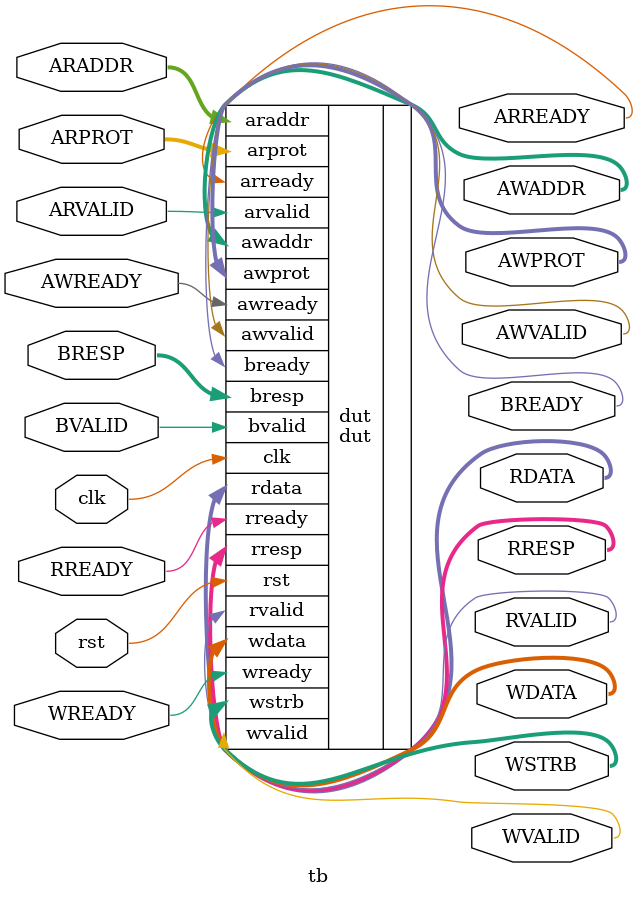
<source format=v>

module tb
  (
   output wire [31:0] AWADDR,
   output wire [2:0]  AWPROT,
   input wire         AWREADY,
   output wire        AWVALID,
   output wire        BREADY,
   input wire [1:0]   BRESP,
   input wire         BVALID,
   input wire         clk,
   input wire         rst,
   output wire [31:0] WDATA,
   input wire         WREADY,
   output wire [3:0]  WSTRB,
   output wire        WVALID,
   input wire         ARVALID,
   output wire        ARREADY,
   input wire [3:0]   ARADDR,
   input wire [2:0]   ARPROT,
   output wire        RVALID,
   input wire         RREADY,
   output wire [31:0] RDATA,
   output wire [1:0]  RRESP
   );

   dut dut
     (.awaddr(AWADDR), .awprot(AWPROT), .awvalid(AWVALID), .awready(AWREADY),
      .wdata(WDATA), .wstrb(WSTRB), .wvalid(WVALID), .wready(WREADY),
      .bresp(BRESP), .bvalid(BVALID), .bready(BREADY),
      .arvalid(ARVALID), .arready(ARREADY), .araddr(ARADDR), .arprot(ARPROT),
      .rvalid(RVALID), .rready(RREADY), .rdata(RDATA), .rresp(RRESP),
      .clk(clk), .rst(rst));

`ifdef COCOTB_SIM
   initial begin
      $dumpfile("dump.vcd");
      $dumpvars(0, dut);
   end
`endif
endmodule // tb

</source>
